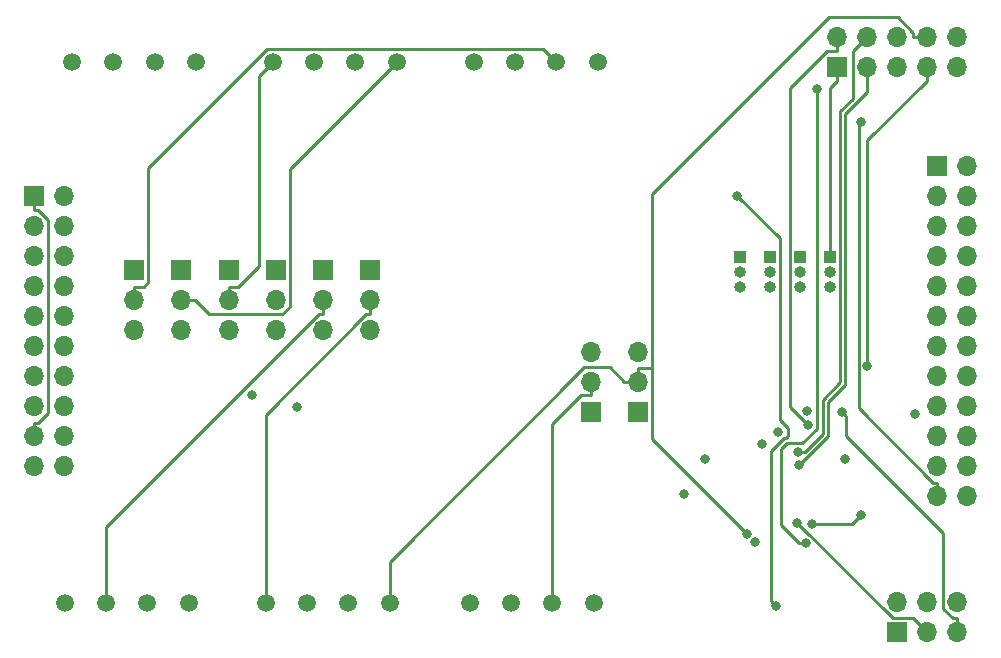
<source format=gbr>
%TF.GenerationSoftware,KiCad,Pcbnew,(5.1.10)-1*%
%TF.CreationDate,2022-03-21T18:44:11-04:00*%
%TF.ProjectId,RevA,52657641-2e6b-4696-9361-645f70636258,rev?*%
%TF.SameCoordinates,Original*%
%TF.FileFunction,Copper,L2,Inr*%
%TF.FilePolarity,Positive*%
%FSLAX46Y46*%
G04 Gerber Fmt 4.6, Leading zero omitted, Abs format (unit mm)*
G04 Created by KiCad (PCBNEW (5.1.10)-1) date 2022-03-21 18:44:11*
%MOMM*%
%LPD*%
G01*
G04 APERTURE LIST*
%TA.AperFunction,ComponentPad*%
%ADD10R,1.700000X1.700000*%
%TD*%
%TA.AperFunction,ComponentPad*%
%ADD11O,1.700000X1.700000*%
%TD*%
%TA.AperFunction,ComponentPad*%
%ADD12O,1.000000X1.000000*%
%TD*%
%TA.AperFunction,ComponentPad*%
%ADD13R,1.000000X1.000000*%
%TD*%
%TA.AperFunction,ComponentPad*%
%ADD14C,1.498600*%
%TD*%
%TA.AperFunction,ViaPad*%
%ADD15C,0.800000*%
%TD*%
%TA.AperFunction,Conductor*%
%ADD16C,0.250000*%
%TD*%
G04 APERTURE END LIST*
D10*
%TO.N,/3.3V*%
%TO.C,J1*%
X163000000Y-86570000D03*
D11*
%TO.N,Net-(J1-Pad2)*%
X165540000Y-86570000D03*
%TO.N,/I2C_Data*%
X163000000Y-89110000D03*
%TO.N,Net-(J1-Pad4)*%
X165540000Y-89110000D03*
%TO.N,/I2C_Clock*%
X163000000Y-91650000D03*
%TO.N,/GND*%
X165540000Y-91650000D03*
%TO.N,Net-(J1-Pad7)*%
X163000000Y-94190000D03*
%TO.N,Net-(J1-Pad8)*%
X165540000Y-94190000D03*
%TO.N,/GND*%
X163000000Y-96730000D03*
%TO.N,Net-(J1-Pad10)*%
X165540000Y-96730000D03*
%TO.N,Net-(J1-Pad11)*%
X163000000Y-99270000D03*
%TO.N,Net-(J1-Pad12)*%
X165540000Y-99270000D03*
%TO.N,Net-(J1-Pad13)*%
X163000000Y-101810000D03*
%TO.N,/GND*%
X165540000Y-101810000D03*
%TO.N,Net-(J1-Pad15)*%
X163000000Y-104350000D03*
%TO.N,Net-(J1-Pad16)*%
X165540000Y-104350000D03*
%TO.N,/3.3V*%
X163000000Y-106890000D03*
%TO.N,Net-(J1-Pad18)*%
X165540000Y-106890000D03*
%TO.N,Net-(J1-Pad19)*%
X163000000Y-109430000D03*
%TO.N,/GND*%
X165540000Y-109430000D03*
%TD*%
D10*
%TO.N,Net-(J2-Pad1)*%
%TO.C,J2*%
X239500000Y-84030000D03*
D11*
%TO.N,Net-(J2-Pad2)*%
X242040000Y-84030000D03*
%TO.N,Net-(J2-Pad3)*%
X239500000Y-86570000D03*
%TO.N,Net-(J2-Pad4)*%
X242040000Y-86570000D03*
%TO.N,/GND*%
X239500000Y-89110000D03*
%TO.N,Net-(J2-Pad6)*%
X242040000Y-89110000D03*
%TO.N,Net-(J2-Pad7)*%
X239500000Y-91650000D03*
%TO.N,Net-(J2-Pad8)*%
X242040000Y-91650000D03*
%TO.N,Net-(J2-Pad9)*%
X239500000Y-94190000D03*
%TO.N,/GND*%
X242040000Y-94190000D03*
%TO.N,Net-(J2-Pad11)*%
X239500000Y-96730000D03*
%TO.N,Net-(J2-Pad12)*%
X242040000Y-96730000D03*
%TO.N,Net-(J2-Pad13)*%
X239500000Y-99270000D03*
%TO.N,/GND*%
X242040000Y-99270000D03*
%TO.N,Net-(J2-Pad15)*%
X239500000Y-101810000D03*
%TO.N,Net-(J2-Pad16)*%
X242040000Y-101810000D03*
%TO.N,Net-(J2-Pad17)*%
X239500000Y-104350000D03*
%TO.N,Net-(J2-Pad18)*%
X242040000Y-104350000D03*
%TO.N,/GND*%
X239500000Y-106890000D03*
%TO.N,Net-(J2-Pad20)*%
X242040000Y-106890000D03*
%TO.N,/Interconnect*%
X239500000Y-109430000D03*
%TO.N,Net-(D3-Pad1)*%
X242040000Y-109430000D03*
%TO.N,/VCC*%
X239500000Y-111970000D03*
X242040000Y-111970000D03*
%TD*%
D12*
%TO.N,/GND*%
%TO.C,J3*%
X230410000Y-94234000D03*
%TO.N,/Arduino/D0*%
X230410000Y-92964000D03*
D13*
%TO.N,/5V*%
X230410000Y-91694000D03*
%TD*%
%TO.N,/5V*%
%TO.C,J4*%
X227870000Y-91694000D03*
D12*
%TO.N,/Arduino/D1*%
X227870000Y-92964000D03*
%TO.N,/GND*%
X227870000Y-94234000D03*
%TD*%
%TO.N,/GND*%
%TO.C,J5*%
X225330000Y-94234000D03*
%TO.N,/Arduino/D2*%
X225330000Y-92964000D03*
D13*
%TO.N,/5V*%
X225330000Y-91694000D03*
%TD*%
D14*
%TO.N,/5V*%
%TO.C,J6*%
X200223998Y-75180000D03*
%TO.N,/GND*%
X203723999Y-75180000D03*
%TO.N,/A0*%
X207223999Y-75180000D03*
%TO.N,/5V*%
X210724000Y-75180000D03*
%TD*%
%TO.N,/A2*%
%TO.C,J7*%
X183223998Y-75180000D03*
%TO.N,/5V*%
X186723999Y-75180000D03*
%TO.N,/GND*%
X190223999Y-75180000D03*
%TO.N,/A1*%
X193724000Y-75180000D03*
%TD*%
%TO.N,/GND*%
%TO.C,J8*%
X176724000Y-75180000D03*
%TO.N,/5V*%
X173223999Y-75180000D03*
%TO.N,/A3*%
X169723999Y-75180000D03*
%TO.N,/GND*%
X166223998Y-75180000D03*
%TD*%
%TO.N,/5V*%
%TO.C,J9*%
X165608000Y-121031000D03*
%TO.N,/A4*%
X169108001Y-121031000D03*
%TO.N,/GND*%
X172608001Y-121031000D03*
%TO.N,/5V*%
X176108002Y-121031000D03*
%TD*%
%TO.N,/A5*%
%TO.C,J10*%
X182626000Y-121031000D03*
%TO.N,/GND*%
X186126001Y-121031000D03*
%TO.N,/5V*%
X189626001Y-121031000D03*
%TO.N,/A6*%
X193126002Y-121031000D03*
%TD*%
%TO.N,/GND*%
%TO.C,J11*%
X210398002Y-121031000D03*
%TO.N,/A7*%
X206898001Y-121031000D03*
%TO.N,/5V*%
X203398001Y-121031000D03*
%TO.N,/GND*%
X199898000Y-121031000D03*
%TD*%
D10*
%TO.N,/5V*%
%TO.C,J12*%
X231000000Y-75600000D03*
D11*
%TO.N,/A0*%
X231000000Y-73060000D03*
%TO.N,/A1*%
X233540000Y-75600000D03*
%TO.N,/A2*%
X233540000Y-73060000D03*
%TO.N,/A3*%
X236080000Y-75600000D03*
%TO.N,/A4*%
X236080000Y-73060000D03*
%TO.N,/A5*%
X238620000Y-75600000D03*
%TO.N,/A6*%
X238620000Y-73060000D03*
%TO.N,/A7*%
X241160000Y-75600000D03*
%TO.N,/GND*%
X241160000Y-73060000D03*
%TD*%
%TO.N,Net-(J13-Pad3)*%
%TO.C,J13*%
X171497000Y-97913000D03*
%TO.N,/A0*%
X171497000Y-95373000D03*
D10*
%TO.N,Net-(J13-Pad1)*%
X171497000Y-92833000D03*
%TD*%
%TO.N,Net-(J14-Pad1)*%
%TO.C,J14*%
X175497000Y-92833000D03*
D11*
%TO.N,/A1*%
X175497000Y-95373000D03*
%TO.N,Net-(J14-Pad3)*%
X175497000Y-97913000D03*
%TD*%
%TO.N,Net-(J15-Pad3)*%
%TO.C,J15*%
X179497000Y-97913000D03*
%TO.N,/A2*%
X179497000Y-95373000D03*
D10*
%TO.N,Net-(J15-Pad1)*%
X179497000Y-92833000D03*
%TD*%
%TO.N,Net-(J16-Pad1)*%
%TO.C,J16*%
X183497000Y-92833000D03*
D11*
%TO.N,/A3*%
X183497000Y-95373000D03*
%TO.N,Net-(J16-Pad3)*%
X183497000Y-97913000D03*
%TD*%
%TO.N,Net-(J17-Pad3)*%
%TO.C,J17*%
X187497000Y-97913000D03*
%TO.N,/A4*%
X187497000Y-95373000D03*
D10*
%TO.N,Net-(J17-Pad1)*%
X187497000Y-92833000D03*
%TD*%
%TO.N,Net-(J18-Pad1)*%
%TO.C,J18*%
X191497000Y-92833000D03*
D11*
%TO.N,/A5*%
X191497000Y-95373000D03*
%TO.N,Net-(J18-Pad3)*%
X191497000Y-97913000D03*
%TD*%
%TO.N,Net-(J19-Pad3)*%
%TO.C,J19*%
X214143000Y-99699000D03*
%TO.N,/A6*%
X214143000Y-102239000D03*
D10*
%TO.N,Net-(J19-Pad1)*%
X214143000Y-104779000D03*
%TD*%
%TO.N,Net-(J20-Pad1)*%
%TO.C,J20*%
X210143000Y-104779000D03*
D11*
%TO.N,/A7*%
X210143000Y-102239000D03*
%TO.N,Net-(J20-Pad3)*%
X210143000Y-99699000D03*
%TD*%
D10*
%TO.N,/Arduino/MISO*%
%TO.C,J21*%
X236093000Y-123469000D03*
D11*
%TO.N,/5V*%
X236093000Y-120929000D03*
%TO.N,/Arduino/SCK*%
X238633000Y-123469000D03*
%TO.N,/Arduino/MOSI*%
X238633000Y-120929000D03*
%TO.N,/Reset*%
X241173000Y-123469000D03*
%TO.N,/GND*%
X241173000Y-120929000D03*
%TD*%
D13*
%TO.N,/5V*%
%TO.C,J22*%
X222790000Y-91694000D03*
D12*
%TO.N,/Arduino/D3*%
X222790000Y-92964000D03*
%TO.N,/GND*%
X222790000Y-94234000D03*
%TD*%
D15*
%TO.N,/VCC*%
X233068000Y-80260300D03*
%TO.N,/GND*%
X185293000Y-104394000D03*
X181483000Y-103378000D03*
X237617000Y-105029000D03*
X231648000Y-108839000D03*
X219837000Y-108839000D03*
X218059000Y-111760000D03*
%TO.N,/5V*%
X228854000Y-114300000D03*
X233033450Y-113549550D03*
%TO.N,/I2C_Data*%
X226041268Y-106504289D03*
%TO.N,/I2C_Clock*%
X224657073Y-107547097D03*
%TO.N,/Reset*%
X231426500Y-104806600D03*
%TO.N,/5v_regulator/5V*%
X222561400Y-86494000D03*
X225817200Y-121238500D03*
%TO.N,/A0*%
X228509000Y-105900400D03*
%TO.N,/A2*%
X227711000Y-108204000D03*
%TO.N,/A1*%
X227790338Y-109327859D03*
%TO.N,/A3*%
X228473000Y-104775000D03*
%TO.N,/A4*%
X229266900Y-77501000D03*
X228330200Y-115913100D03*
%TO.N,/A5*%
X233574900Y-100911600D03*
%TO.N,/A6*%
X223345000Y-115167600D03*
%TO.N,/A7*%
X224094100Y-115866100D03*
%TO.N,/Arduino/SCK*%
X227576590Y-114174910D03*
%TD*%
D16*
%TO.N,/VCC*%
X239500000Y-110794700D02*
X239130500Y-110794700D01*
X239130500Y-110794700D02*
X232840400Y-104504600D01*
X232840400Y-104504600D02*
X232840400Y-80487900D01*
X232840400Y-80487900D02*
X233068000Y-80260300D01*
X239500000Y-111970000D02*
X239500000Y-110794700D01*
%TO.N,/5V*%
X231000000Y-76775300D02*
X230410000Y-77365300D01*
X230410000Y-77365300D02*
X230410000Y-91694000D01*
X231000000Y-75600000D02*
X231000000Y-76775300D01*
X232283000Y-114300000D02*
X233033450Y-113549550D01*
X228854000Y-114300000D02*
X232283000Y-114300000D01*
%TO.N,/3.3V*%
X163000000Y-86570000D02*
X163000000Y-87745300D01*
X163000000Y-106890000D02*
X163000000Y-105714700D01*
X163000000Y-105714700D02*
X163367300Y-105714700D01*
X163367300Y-105714700D02*
X164175300Y-104906700D01*
X164175300Y-104906700D02*
X164175300Y-88553200D01*
X164175300Y-88553200D02*
X163367400Y-87745300D01*
X163367400Y-87745300D02*
X163000000Y-87745300D01*
%TO.N,/Reset*%
X241173000Y-122293700D02*
X240805600Y-122293700D01*
X240805600Y-122293700D02*
X239997700Y-121485800D01*
X239997700Y-121485800D02*
X239997700Y-115070400D01*
X239997700Y-115070400D02*
X231787000Y-106859700D01*
X231787000Y-106859700D02*
X231787000Y-105167100D01*
X231787000Y-105167100D02*
X231426500Y-104806600D01*
X241173000Y-123469000D02*
X241173000Y-122293700D01*
%TO.N,/5v_regulator/5V*%
X226810900Y-106870200D02*
X226810900Y-106141500D01*
X226652112Y-107028988D02*
X226810900Y-106870200D01*
X226810900Y-106141500D02*
X226181800Y-105512400D01*
X226181800Y-90114400D02*
X222561400Y-86494000D01*
X225817200Y-121238500D02*
X225417201Y-120838501D01*
X225417201Y-120838501D02*
X225417201Y-108153386D01*
X225417201Y-108153386D02*
X226541599Y-107028988D01*
X226181800Y-105512400D02*
X226181800Y-90114400D01*
X226541599Y-107028988D02*
X226652112Y-107028988D01*
%TO.N,/A0*%
X231000000Y-74235300D02*
X230192000Y-74235300D01*
X230192000Y-74235300D02*
X227044600Y-77382700D01*
X227044600Y-77382700D02*
X227044600Y-104436000D01*
X227044600Y-104436000D02*
X228509000Y-105900400D01*
X171497000Y-95373000D02*
X171497000Y-94197700D01*
X207224000Y-75180000D02*
X206127500Y-74083500D01*
X206127500Y-74083500D02*
X182744700Y-74083500D01*
X182744700Y-74083500D02*
X172672300Y-84155900D01*
X172672300Y-84155900D02*
X172672300Y-93830500D01*
X172672300Y-93830500D02*
X172305100Y-94197700D01*
X172305100Y-94197700D02*
X171497000Y-94197700D01*
X231000000Y-73060000D02*
X231000000Y-74235300D01*
%TO.N,/A2*%
X179497000Y-94197700D02*
X180305100Y-94197700D01*
X180305100Y-94197700D02*
X182065100Y-92437700D01*
X182065100Y-92437700D02*
X182065100Y-76338900D01*
X182065100Y-76338900D02*
X183224000Y-75180000D01*
X179497000Y-95373000D02*
X179497000Y-94197700D01*
X231257200Y-102313600D02*
X229796200Y-103774600D01*
X232342700Y-78280100D02*
X231257200Y-79365600D01*
X229796200Y-106684485D02*
X228276685Y-108204000D01*
X228276685Y-108204000D02*
X227711000Y-108204000D01*
X232342700Y-74257300D02*
X232342700Y-78280100D01*
X233540000Y-73060000D02*
X232342700Y-74257300D01*
X229796200Y-103774600D02*
X229796200Y-106684485D01*
X231257200Y-79365600D02*
X231257200Y-102313600D01*
%TO.N,/A1*%
X175497000Y-95373000D02*
X176672300Y-95373000D01*
X176672300Y-95373000D02*
X177849300Y-96550000D01*
X177849300Y-96550000D02*
X184021700Y-96550000D01*
X184021700Y-96550000D02*
X184672400Y-95899300D01*
X184672400Y-95899300D02*
X184672400Y-84231600D01*
X184672400Y-84231600D02*
X193724000Y-75180000D01*
X230246500Y-103961200D02*
X230246500Y-106871697D01*
X233540000Y-77719900D02*
X231712200Y-79547700D01*
X233540000Y-75600000D02*
X233540000Y-77719900D01*
X230246500Y-106871697D02*
X227790338Y-109327859D01*
X231712200Y-102495500D02*
X230246500Y-103961200D01*
X231712200Y-79547700D02*
X231712200Y-102495500D01*
%TO.N,/A4*%
X187497000Y-95373000D02*
X187497000Y-96548300D01*
X187497000Y-96548300D02*
X187136600Y-96548300D01*
X187136600Y-96548300D02*
X169108000Y-114576900D01*
X169108000Y-114576900D02*
X169108000Y-121031000D01*
X229266900Y-106214600D02*
X229266900Y-77501000D01*
X226727999Y-107478999D02*
X228002501Y-107478999D01*
X228330200Y-115913100D02*
X227764515Y-115913100D01*
X226223999Y-107982999D02*
X226727999Y-107478999D01*
X227764515Y-115913100D02*
X226223999Y-114372584D01*
X226223999Y-114372584D02*
X226223999Y-107982999D01*
X228002501Y-107478999D02*
X229266900Y-106214600D01*
%TO.N,/A5*%
X238620000Y-76775300D02*
X233574900Y-81820400D01*
X233574900Y-81820400D02*
X233574900Y-100911600D01*
X238620000Y-75600000D02*
X238620000Y-76775300D01*
X191497000Y-95373000D02*
X191497000Y-96548300D01*
X191497000Y-96548300D02*
X191136600Y-96548300D01*
X191136600Y-96548300D02*
X182626000Y-105058900D01*
X182626000Y-105058900D02*
X182626000Y-121031000D01*
%TO.N,/A6*%
X237444700Y-73060000D02*
X237444700Y-72692700D01*
X237444700Y-72692700D02*
X236162800Y-71410800D01*
X236162800Y-71410800D02*
X230290300Y-71410800D01*
X230290300Y-71410800D02*
X215318400Y-86382700D01*
X215318400Y-86382700D02*
X215318400Y-101063700D01*
X215318400Y-101063700D02*
X215318400Y-107141000D01*
X215318400Y-107141000D02*
X223345000Y-115167600D01*
X214143000Y-101063700D02*
X215318400Y-101063700D01*
X238620000Y-73060000D02*
X237444700Y-73060000D01*
X214143000Y-102239000D02*
X214143000Y-101063700D01*
X214143000Y-102239000D02*
X212967700Y-102239000D01*
X212967700Y-102239000D02*
X211777100Y-101048400D01*
X211777100Y-101048400D02*
X209605300Y-101048400D01*
X209605300Y-101048400D02*
X193126000Y-117527700D01*
X193126000Y-117527700D02*
X193126000Y-121031000D01*
%TO.N,/A7*%
X210143000Y-102239000D02*
X210143000Y-103414300D01*
X210143000Y-103414300D02*
X209335000Y-103414300D01*
X209335000Y-103414300D02*
X206898000Y-105851300D01*
X206898000Y-105851300D02*
X206898000Y-121031000D01*
%TO.N,/Arduino/SCK*%
X237457700Y-122293700D02*
X235743000Y-122293700D01*
X235743000Y-122293700D02*
X227624210Y-114174910D01*
X238633000Y-123469000D02*
X237457700Y-122293700D01*
X227624210Y-114174910D02*
X227576590Y-114174910D01*
%TD*%
M02*

</source>
